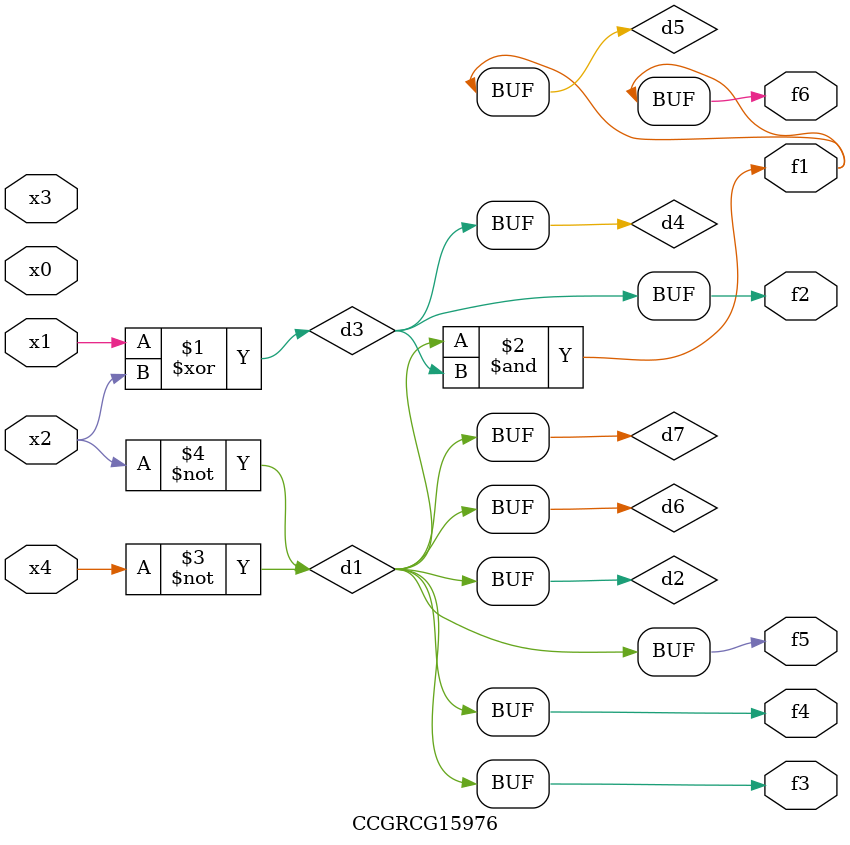
<source format=v>
module CCGRCG15976(
	input x0, x1, x2, x3, x4,
	output f1, f2, f3, f4, f5, f6
);

	wire d1, d2, d3, d4, d5, d6, d7;

	not (d1, x4);
	not (d2, x2);
	xor (d3, x1, x2);
	buf (d4, d3);
	and (d5, d1, d3);
	buf (d6, d1, d2);
	buf (d7, d2);
	assign f1 = d5;
	assign f2 = d4;
	assign f3 = d7;
	assign f4 = d7;
	assign f5 = d7;
	assign f6 = d5;
endmodule

</source>
